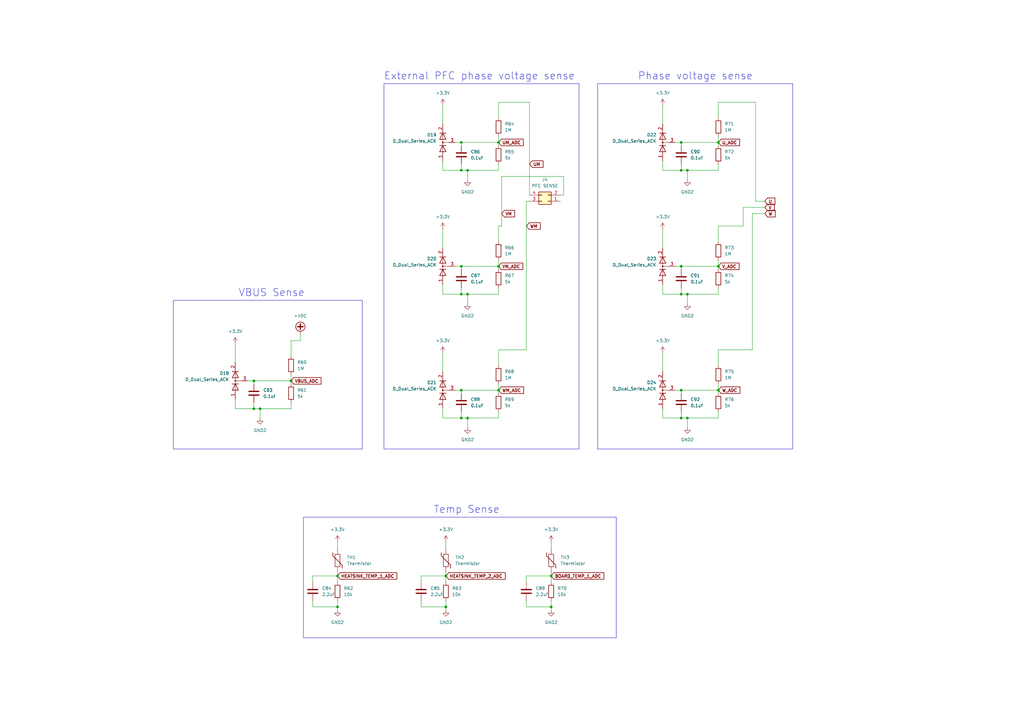
<source format=kicad_sch>
(kicad_sch (version 20231120) (generator "eeschema") (generator_version "8.0")
  (paper "A3")
  (lib_symbols
    (symbol "Connector_Generic:Conn_02x02_Top_Bottom" (pin_names (offset 1.016) hide)
      (property "Reference" "J" (at 1.27 2.54 0))
      (property "Value" "Conn_02x02_Top_Bottom" (at 1.27 -5.08 0))
      (symbol "Conn_02x02_Top_Bottom_1_1"
        (rectangle (start -1.27 -2.413) (end 0 -2.667) (stroke (width 0.1524)))
        (rectangle (start -1.27 0.127) (end 0 -0.127) (stroke (width 0.1524)))
        (rectangle (start -1.27 1.27) (end 3.81 -3.81) (stroke (width 0.254)) (fill (type background)))
        (rectangle (start 3.81 -2.413) (end 2.54 -2.667) (stroke (width 0.1524)))
        (rectangle (start 3.81 0.127) (end 2.54 -0.127) (stroke (width 0.1524)))
        (pin passive line (at -5.08 0 0) (length 3.81) (name "Pin_1") (number "1"))
        (pin passive line (at -5.08 -2.54 0) (length 3.81) (name "Pin_2") (number "2"))
        (pin passive line (at 7.62 0 180) (length 3.81) (name "Pin_3") (number "3"))
        (pin passive line (at 7.62 -2.54 180) (length 3.81) (name "Pin_4") (number "4"))
      )
    )
    (symbol "Device:C" (pin_numbers hide) (pin_names (offset 0.254))
      (property "Reference" "C" (at 0.635 2.54 0))
      (property "Value" "C" (at 0.635 -2.54 0))
      (symbol "C_0_1"
        (polyline (pts (xy -2.032 -0.762) (xy 2.032 -0.762)) (stroke (width 0.508)))
        (polyline (pts (xy -2.032 0.762) (xy 2.032 0.762)) (stroke (width 0.508)))
      )
      (symbol "C_1_1"
        (pin passive line (at 0 3.81 270) (length 2.794) (name "~") (number "1"))
        (pin passive line (at 0 -3.81 90) (length 2.794) (name "~") (number "2"))
      )
    )
    (symbol "Device:D_Dual_Series_AKC" (pin_names (offset 0.762) hide)
      (property "Reference" "D" (at 1.27 -2.54 0))
      (property "Value" "D_Dual_Series_AKC" (at 0 2.54 0))
      (symbol "D_Dual_Series_AKC_0_1"
        (polyline (pts (xy -3.81 0) (xy 3.81 0)))
        (polyline (pts (xy 0 0) (xy 0 -2.54)))
        (polyline (pts (xy 6.35 0) (xy 7.62 0)))
        (polyline (pts (xy -1.27 -1.27) (xy -1.27 1.27) (xy -1.27 1.27)) (stroke (width 0.254)))
        (polyline (pts (xy 3.81 1.27) (xy 3.81 -1.27) (xy 3.81 -1.27)) (stroke (width 0.254)))
        (polyline (pts (xy -3.81 1.27) (xy -1.27 0) (xy -3.81 -1.27) (xy -3.81 1.27) (xy -3.81 1.27) (xy -3.81 1.27)) (stroke (width 0.254)))
        (polyline (pts (xy 1.27 1.27) (xy 3.81 0) (xy 1.27 -1.27) (xy 1.27 1.27) (xy 1.27 1.27) (xy 1.27 1.27)) (stroke (width 0.254)))
        (circle (center 0 0) (radius 0.254) (fill (type outline)))
        (pin passive line (at -7.62 0 0) (length 3.81) (name "A") (number "1"))
        (pin passive line (at 7.62 0 180) (length 3.81) (name "K") (number "2"))
        (pin passive line (at 0 -5.08 90) (length 2.54) (name "common") (number "3"))
      )
    )
    (symbol "Device:R" (pin_numbers hide) (pin_names (offset 0))
      (property "Reference" "R" (at 2.032 0 90))
      (property "Value" "R" (at 0 0 90))
      (symbol "R_0_1"
        (rectangle (start -1.016 -2.54) (end 1.016 2.54) (stroke (width 0.254)))
      )
      (symbol "R_1_1"
        (pin passive line (at 0 3.81 270) (length 1.27) (name "~") (number "1"))
        (pin passive line (at 0 -3.81 90) (length 1.27) (name "~") (number "2"))
      )
    )
    (symbol "Device:Thermistor" (pin_numbers hide) (pin_names (offset 0))
      (property "Reference" "TH" (at 2.54 1.27 90))
      (property "Value" "Thermistor" (at -2.54 0 90))
      (symbol "Thermistor_0_1"
        (rectangle (start -1.016 2.54) (end 1.016 -2.54) (stroke (width 0.2032)))
        (polyline (pts (xy -1.905 3.175) (xy -1.905 1.905) (xy 1.905 -1.905) (xy 1.905 -3.175) (xy 1.905 -3.175)) (stroke (width 0.254)))
      )
      (symbol "Thermistor_1_1"
        (pin passive line (at 0 5.08 270) (length 2.54) (name "~") (number "1"))
        (pin passive line (at 0 -5.08 90) (length 2.54) (name "~") (number "2"))
      )
    )
    (symbol "power:+3.3V" (power) (pin_names (offset 0))
      (property "Value" "+3.3V" (at 0 3.556 0))
      (symbol "+3.3V_0_1"
        (polyline (pts (xy -0.762 1.27) (xy 0 2.54)))
        (polyline (pts (xy 0 0) (xy 0 2.54)))
        (polyline (pts (xy 0 2.54) (xy 0.762 1.27)))
      )
      (symbol "+3.3V_1_1"
        (pin power_in line (at 0 0 90) (length 0) hide (name "+3.3V") (number "1"))
      )
    )
    (symbol "power:+VDC" (power) (pin_names (offset 0))
      (property "Value" "+VDC" (at 0 6.35 0))
      (symbol "+VDC_0_1"
        (polyline (pts (xy -1.143 3.175) (xy 1.143 3.175)) (stroke (width 0.508)))
        (polyline (pts (xy 0 0) (xy 0 1.27)))
        (polyline (pts (xy 0 2.032) (xy 0 4.318)) (stroke (width 0.508)))
        (circle (center 0 3.175) (radius 1.905) (stroke (width 0.254)))
      )
      (symbol "+VDC_1_1"
        (pin power_in line (at 0 0 90) (length 0) hide (name "+VDC") (number "1"))
      )
    )
    (symbol "power:GND2" (power) (pin_names (offset 0))
      (property "Value" "GND2" (at 0 -3.81 0))
      (symbol "GND2_0_1"
        (polyline (pts (xy 0 0) (xy 0 -1.27) (xy 1.27 -1.27) (xy 0 -2.54) (xy -1.27 -1.27) (xy 0 -1.27)))
      )
      (symbol "GND2_1_1"
        (pin power_in line (at 0 0 270) (length 0) hide (name "GND2") (number "1"))
      )
    )
  )
  (junction (at 279.4 160.02))
  (junction (at 204.47 109.22))
  (junction (at 189.23 109.22))
  (junction (at 279.4 171.45))
  (junction (at 294.64 58.42))
  (junction (at 279.4 58.42))
  (junction (at 104.14 156.21))
  (junction (at 182.88 248.92))
  (junction (at 294.64 160.02))
  (junction (at 279.4 120.65))
  (junction (at 182.88 236.22))
  (junction (at 204.47 58.42))
  (junction (at 294.64 109.22))
  (junction (at 204.47 160.02))
  (junction (at 189.23 171.45))
  (junction (at 189.23 69.85))
  (junction (at 281.94 171.45))
  (junction (at 104.14 167.64))
  (junction (at 189.23 58.42))
  (junction (at 189.23 160.02))
  (junction (at 226.06 248.92))
  (junction (at 189.23 120.65))
  (junction (at 119.38 156.21))
  (junction (at 281.94 69.85))
  (junction (at 191.77 171.45))
  (junction (at 106.68 167.64))
  (junction (at 279.4 69.85))
  (junction (at 226.06 236.22))
  (junction (at 191.77 120.65))
  (junction (at 138.43 236.22))
  (junction (at 281.94 120.65))
  (junction (at 191.77 69.85))
  (junction (at 138.43 248.92))
  (junction (at 279.4 109.22))
  (wire (pts (xy 104.14 167.64) (xy 106.68 167.64)))
  (wire (pts (xy 204.47 161.29) (xy 204.47 160.02)))
  (wire (pts (xy 138.43 248.92) (xy 138.43 250.19)))
  (wire (pts (xy 128.27 246.38) (xy 128.27 248.92)))
  (wire (pts (xy 204.47 106.68) (xy 204.47 109.22)))
  (wire (pts (xy 294.64 118.11) (xy 294.64 120.65)))
  (wire (pts (xy 215.9 248.92) (xy 226.06 248.92)))
  (wire (pts (xy 189.23 58.42) (xy 189.23 59.69)))
  (wire (pts (xy 231.14 80.01) (xy 229.87 80.01)))
  (wire (pts (xy 279.4 168.91) (xy 279.4 171.45)))
  (wire (pts (xy 119.38 167.64) (xy 106.68 167.64)))
  (wire (pts (xy 204.47 55.88) (xy 204.47 58.42)))
  (wire (pts (xy 182.88 234.95) (xy 182.88 236.22)))
  (wire (pts (xy 204.47 59.69) (xy 204.47 58.42)))
  (wire (pts (xy 104.14 165.1) (xy 104.14 167.64)))
  (wire (pts (xy 204.47 41.91) (xy 217.17 41.91)))
  (wire (pts (xy 279.4 160.02) (xy 276.86 160.02)))
  (wire (pts (xy 294.64 120.65) (xy 281.94 120.65)))
  (wire (pts (xy 138.43 234.95) (xy 138.43 236.22)))
  (wire (pts (xy 204.47 67.31) (xy 204.47 69.85)))
  (wire (pts (xy 204.47 160.02) (xy 189.23 160.02)))
  (wire (pts (xy 172.72 246.38) (xy 172.72 248.92)))
  (wire (pts (xy 204.47 143.51) (xy 215.9 143.51)))
  (wire (pts (xy 182.88 238.76) (xy 182.88 236.22)))
  (wire (pts (xy 226.06 238.76) (xy 226.06 236.22)))
  (wire (pts (xy 309.88 41.91) (xy 309.88 82.55)))
  (wire (pts (xy 181.61 66.04) (xy 181.61 69.85)))
  (wire (pts (xy 181.61 171.45) (xy 189.23 171.45)))
  (wire (pts (xy 189.23 109.22) (xy 186.69 109.22)))
  (wire (pts (xy 181.61 167.64) (xy 181.61 171.45)))
  (wire (pts (xy 294.64 110.49) (xy 294.64 109.22)))
  (wire (pts (xy 204.47 168.91) (xy 204.47 171.45)))
  (wire (pts (xy 96.52 167.64) (xy 104.14 167.64)))
  (wire (pts (xy 271.78 43.18) (xy 271.78 50.8)))
  (wire (pts (xy 189.23 58.42) (xy 186.69 58.42)))
  (wire (pts (xy 294.64 109.22) (xy 279.4 109.22)))
  (wire (pts (xy 294.64 157.48) (xy 294.64 160.02)))
  (wire (pts (xy 123.19 139.7) (xy 123.19 137.16)))
  (wire (pts (xy 104.14 156.21) (xy 104.14 157.48)))
  (wire (pts (xy 294.64 161.29) (xy 294.64 160.02)))
  (wire (pts (xy 138.43 238.76) (xy 138.43 236.22)))
  (wire (pts (xy 294.64 149.86) (xy 294.64 143.51)))
  (wire (pts (xy 226.06 234.95) (xy 226.06 236.22)))
  (wire (pts (xy 96.52 163.83) (xy 96.52 167.64)))
  (wire (pts (xy 308.61 87.63) (xy 308.61 143.51)))
  (wire (pts (xy 279.4 69.85) (xy 281.94 69.85)))
  (wire (pts (xy 226.06 248.92) (xy 226.06 250.19)))
  (wire (pts (xy 189.23 109.22) (xy 189.23 110.49)))
  (wire (pts (xy 294.64 168.91) (xy 294.64 171.45)))
  (wire (pts (xy 104.14 156.21) (xy 101.6 156.21)))
  (wire (pts (xy 309.88 82.55) (xy 313.69 82.55)))
  (wire (pts (xy 215.9 246.38) (xy 215.9 248.92)))
  (wire (pts (xy 181.61 69.85) (xy 189.23 69.85)))
  (wire (pts (xy 189.23 160.02) (xy 186.69 160.02)))
  (wire (pts (xy 294.64 55.88) (xy 294.64 58.42)))
  (wire (pts (xy 271.78 167.64) (xy 271.78 171.45)))
  (wire (pts (xy 281.94 120.65) (xy 281.94 124.46)))
  (wire (pts (xy 279.4 118.11) (xy 279.4 120.65)))
  (wire (pts (xy 204.47 69.85) (xy 191.77 69.85)))
  (wire (pts (xy 279.4 171.45) (xy 281.94 171.45)))
  (wire (pts (xy 226.06 246.38) (xy 226.06 248.92)))
  (wire (pts (xy 279.4 160.02) (xy 279.4 161.29)))
  (wire (pts (xy 231.14 72.39) (xy 231.14 80.01)))
  (wire (pts (xy 181.61 116.84) (xy 181.61 120.65)))
  (wire (pts (xy 204.47 120.65) (xy 191.77 120.65)))
  (wire (pts (xy 128.27 248.92) (xy 138.43 248.92)))
  (wire (pts (xy 172.72 248.92) (xy 182.88 248.92)))
  (wire (pts (xy 294.64 41.91) (xy 309.88 41.91)))
  (wire (pts (xy 182.88 222.25) (xy 182.88 224.79)))
  (wire (pts (xy 205.74 72.39) (xy 205.74 92.71)))
  (wire (pts (xy 189.23 168.91) (xy 189.23 171.45)))
  (wire (pts (xy 204.47 149.86) (xy 204.47 143.51)))
  (wire (pts (xy 204.47 118.11) (xy 204.47 120.65)))
  (wire (pts (xy 281.94 171.45) (xy 281.94 175.26)))
  (wire (pts (xy 294.64 69.85) (xy 281.94 69.85)))
  (wire (pts (xy 138.43 236.22) (xy 128.27 236.22)))
  (wire (pts (xy 294.64 99.06) (xy 294.64 92.71)))
  (wire (pts (xy 279.4 109.22) (xy 276.86 109.22)))
  (wire (pts (xy 205.74 72.39) (xy 231.14 72.39)))
  (wire (pts (xy 189.23 160.02) (xy 189.23 161.29)))
  (wire (pts (xy 271.78 93.98) (xy 271.78 101.6)))
  (wire (pts (xy 279.4 58.42) (xy 279.4 59.69)))
  (wire (pts (xy 172.72 236.22) (xy 172.72 238.76)))
  (wire (pts (xy 294.64 92.71) (xy 304.8 92.71)))
  (wire (pts (xy 181.61 93.98) (xy 181.61 101.6)))
  (wire (pts (xy 281.94 69.85) (xy 281.94 73.66)))
  (wire (pts (xy 204.47 99.06) (xy 204.47 92.71)))
  (wire (pts (xy 271.78 120.65) (xy 279.4 120.65)))
  (wire (pts (xy 271.78 66.04) (xy 271.78 69.85)))
  (wire (pts (xy 217.17 41.91) (xy 217.17 80.01)))
  (wire (pts (xy 96.52 140.97) (xy 96.52 148.59)))
  (wire (pts (xy 304.8 92.71) (xy 304.8 85.09)))
  (wire (pts (xy 204.47 48.26) (xy 204.47 41.91)))
  (wire (pts (xy 215.9 82.55) (xy 217.17 82.55)))
  (wire (pts (xy 304.8 85.09) (xy 313.69 85.09)))
  (wire (pts (xy 204.47 92.71) (xy 205.74 92.71)))
  (wire (pts (xy 181.61 120.65) (xy 189.23 120.65)))
  (wire (pts (xy 313.69 87.63) (xy 308.61 87.63)))
  (wire (pts (xy 119.38 153.67) (xy 119.38 156.21)))
  (wire (pts (xy 182.88 248.92) (xy 182.88 250.19)))
  (wire (pts (xy 294.64 143.51) (xy 308.61 143.51)))
  (wire (pts (xy 189.23 120.65) (xy 191.77 120.65)))
  (wire (pts (xy 279.4 120.65) (xy 281.94 120.65)))
  (wire (pts (xy 271.78 116.84) (xy 271.78 120.65)))
  (wire (pts (xy 181.61 144.78) (xy 181.61 152.4)))
  (wire (pts (xy 119.38 157.48) (xy 119.38 156.21)))
  (wire (pts (xy 189.23 69.85) (xy 191.77 69.85)))
  (wire (pts (xy 182.88 246.38) (xy 182.88 248.92)))
  (wire (pts (xy 138.43 222.25) (xy 138.43 224.79)))
  (wire (pts (xy 106.68 167.64) (xy 106.68 171.45)))
  (wire (pts (xy 204.47 109.22) (xy 189.23 109.22)))
  (wire (pts (xy 215.9 236.22) (xy 215.9 238.76)))
  (wire (pts (xy 119.38 139.7) (xy 123.19 139.7)))
  (wire (pts (xy 215.9 82.55) (xy 215.9 143.51)))
  (wire (pts (xy 226.06 222.25) (xy 226.06 224.79)))
  (wire (pts (xy 294.64 58.42) (xy 279.4 58.42)))
  (wire (pts (xy 204.47 171.45) (xy 191.77 171.45)))
  (wire (pts (xy 181.61 43.18) (xy 181.61 50.8)))
  (wire (pts (xy 294.64 160.02) (xy 279.4 160.02)))
  (wire (pts (xy 189.23 67.31) (xy 189.23 69.85)))
  (wire (pts (xy 204.47 58.42) (xy 189.23 58.42)))
  (wire (pts (xy 119.38 146.05) (xy 119.38 139.7)))
  (wire (pts (xy 294.64 59.69) (xy 294.64 58.42)))
  (wire (pts (xy 119.38 156.21) (xy 104.14 156.21)))
  (wire (pts (xy 279.4 58.42) (xy 276.86 58.42)))
  (wire (pts (xy 191.77 69.85) (xy 191.77 73.66)))
  (wire (pts (xy 279.4 67.31) (xy 279.4 69.85)))
  (wire (pts (xy 191.77 171.45) (xy 191.77 175.26)))
  (wire (pts (xy 294.64 48.26) (xy 294.64 41.91)))
  (wire (pts (xy 138.43 246.38) (xy 138.43 248.92)))
  (wire (pts (xy 204.47 110.49) (xy 204.47 109.22)))
  (wire (pts (xy 189.23 118.11) (xy 189.23 120.65)))
  (wire (pts (xy 204.47 157.48) (xy 204.47 160.02)))
  (wire (pts (xy 294.64 67.31) (xy 294.64 69.85)))
  (wire (pts (xy 271.78 69.85) (xy 279.4 69.85)))
  (wire (pts (xy 128.27 236.22) (xy 128.27 238.76)))
  (wire (pts (xy 294.64 171.45) (xy 281.94 171.45)))
  (wire (pts (xy 119.38 165.1) (xy 119.38 167.64)))
  (wire (pts (xy 191.77 120.65) (xy 191.77 124.46)))
  (wire (pts (xy 271.78 144.78) (xy 271.78 152.4)))
  (wire (pts (xy 271.78 171.45) (xy 279.4 171.45)))
  (wire (pts (xy 294.64 106.68) (xy 294.64 109.22)))
  (wire (pts (xy 189.23 171.45) (xy 191.77 171.45)))
  (wire (pts (xy 182.88 236.22) (xy 172.72 236.22)))
  (wire (pts (xy 279.4 109.22) (xy 279.4 110.49)))
  (wire (pts (xy 226.06 236.22) (xy 215.9 236.22)))
  (rectangle (start 71.12 123.19) (end 148.59 184.15))
  (rectangle (start 124.46 212.09) (end 252.73 261.62))
  (rectangle (start 157.48 34.29) (end 237.49 184.15))
  (rectangle (start 245.11 34.29) (end 325.12 184.15))
  (text "VBUS Sense" (at 97.79 121.92 0) (effects (font (size 3 3)) (justify left bottom)))
  (text "External PFC phase voltage sense" (at 157.48 33.02 0) (effects (font (size 3 3)) (justify left bottom)))
  (text "Phase voltage sense" (at 261.62 33.02 0) (effects (font (size 3 3)) (justify left bottom)))
  (text "Temp Sense" (at 177.8 210.82 0) (effects (font (size 3 3)) (justify left bottom)))
  (global_label "U_ADC" (shape input) (at 294.64 58.42 0) (effects (font (bold yes))) (property "Intersheetrefs" "${INTERSHEET_REFS}" (effects (hide yes))))
  (global_label "HEATSINK_TEMP_1_ADC" (shape input) (at 138.43 236.22 0) (effects (font (bold yes))) (property "Intersheetrefs" "${INTERSHEET_REFS}" (effects (hide yes))))
  (global_label "UM_ADC" (shape input) (at 204.47 58.42 0) (effects (font (bold yes))) (property "Intersheetrefs" "${INTERSHEET_REFS}" (effects (hide yes))))
  (global_label "HEATSINK_TEMP_2_ADC" (shape input) (at 182.88 236.22 0) (effects (font (bold yes))) (property "Intersheetrefs" "${INTERSHEET_REFS}" (effects (hide yes))))
  (global_label "V" (shape input) (at 313.69 85.09 0) (effects (font (bold yes))) (property "Intersheetrefs" "${INTERSHEET_REFS}" (effects (hide yes))))
  (global_label "WM" (shape input) (at 215.9 92.71 0) (effects (font (bold yes))) (property "Intersheetrefs" "${INTERSHEET_REFS}" (effects (hide yes))))
  (global_label "UM" (shape input) (at 217.17 67.31 0) (effects (font (bold yes))) (property "Intersheetrefs" "${INTERSHEET_REFS}" (effects (hide yes))))
  (global_label "W_ADC" (shape input) (at 294.64 160.02 0) (effects (font (bold yes))) (property "Intersheetrefs" "${INTERSHEET_REFS}" (effects (hide yes))))
  (global_label "VM_ADC" (shape input) (at 204.47 109.22 0) (effects (font (bold yes))) (property "Intersheetrefs" "${INTERSHEET_REFS}" (effects (hide yes))))
  (global_label "VM" (shape input) (at 205.74 87.63 0) (effects (font (bold yes))) (property "Intersheetrefs" "${INTERSHEET_REFS}" (effects (hide yes))))
  (global_label "WM_ADC" (shape input) (at 204.47 160.02 0) (effects (font (bold yes))) (property "Intersheetrefs" "${INTERSHEET_REFS}" (effects (hide yes))))
  (global_label "BOARD_TEMP_1_ADC" (shape input) (at 226.06 236.22 0) (effects (font (bold yes))) (property "Intersheetrefs" "${INTERSHEET_REFS}" (effects (hide yes))))
  (global_label "VBUS_ADC" (shape input) (at 119.38 156.21 0) (effects (font (bold yes))) (property "Intersheetrefs" "${INTERSHEET_REFS}" (effects (hide yes))))
  (global_label "W" (shape input) (at 313.69 87.63 0) (effects (font (bold yes))) (property "Intersheetrefs" "${INTERSHEET_REFS}" (effects (hide yes))))
  (global_label "U" (shape input) (at 313.69 82.55 0) (effects (font (bold yes))) (property "Intersheetrefs" "${INTERSHEET_REFS}" (effects (hide yes))))
  (global_label "V_ADC" (shape input) (at 294.64 109.22 0) (effects (font (bold yes))) (property "Intersheetrefs" "${INTERSHEET_REFS}" (effects (hide yes))))
  (symbol (lib_id "Device:C") (at 279.4 165.1 0) (unit 1)
    (property "Reference" "C92" (at 283.21 163.8299 0) (effects (justify left)))
    (property "Value" "0.1uf" (at 283.21 166.3699 0) (effects (justify left)))
    (property "Footprint" "Capacitor_SMD:C_0603_1608Metric" (effects (hide yes)))
  )
  (symbol (lib_id "Device:C") (at 128.27 242.57 0) (unit 1)
    (property "Reference" "C84" (at 132.08 241.2999 0) (effects (justify left)))
    (property "Value" "2.2uf" (at 132.08 243.8399 0) (effects (justify left)))
    (property "Footprint" "Capacitor_SMD:C_0603_1608Metric" (effects (hide yes)))
  )
  (symbol (lib_id "power:+3.3V") (at 181.61 93.98 0) (unit 1)
    (property "Reference" "#PWR092" (effects (hide yes)))
    (property "Value" "+3.3V" (at 181.61 88.9 0))
  )
  (symbol (lib_id "Device:R") (at 138.43 242.57 0) (unit 1)
    (property "Reference" "R62" (at 140.97 241.2999 0) (effects (justify left)))
    (property "Value" "10k" (at 140.97 243.8399 0) (effects (justify left)))
    (property "Footprint" "Resistor_SMD:R_0603_1608Metric" (effects (hide yes)))
  )
  (symbol (lib_id "power:GND2") (at 191.77 175.26 0) (unit 1)
    (property "Reference" "#PWR098" (effects (hide yes)))
    (property "Value" "GND2" (at 191.77 180.34 0))
  )
  (symbol (lib_id "Device:D_Dual_Series_AKC") (at 181.61 58.42 90) (unit 1)
    (property "Reference" "D19" (at 179.07 55.3084 90) (effects (justify left)))
    (property "Value" "D_Dual_Series_ACK" (at 179.07 57.8484 90) (effects (justify left)))
    (property "Footprint" "Package_TO_SOT_SMD:SOT-23" (effects (hide yes)))
  )
  (symbol (lib_id "Device:R") (at 204.47 114.3 0) (unit 1)
    (property "Reference" "R67" (at 207.01 113.0299 0) (effects (justify left)))
    (property "Value" "5k" (at 207.01 115.5699 0) (effects (justify left)))
    (property "Footprint" "Resistor_SMD:R_0603_1608Metric" (effects (hide yes)))
  )
  (symbol (lib_id "Connector_Generic:Conn_02x02_Top_Bottom") (at 224.79 82.55 180) (unit 1)
    (property "Reference" "J4" (at 223.52 73.66 0))
    (property "Value" "PFC SENSE" (at 223.52 76.2 0))
    (property "Footprint" "Connector_Molex:Molex_Mini-Fit_Jr_5569-04A2_2x02_P4.20mm_Horizontal" (effects (hide yes)))
  )
  (symbol (lib_id "power:GND2") (at 281.94 73.66 0) (unit 1)
    (property "Reference" "#PWR0104" (effects (hide yes)))
    (property "Value" "GND2" (at 281.94 78.74 0))
  )
  (symbol (lib_id "Device:Thermistor") (at 226.06 229.87 0) (unit 1)
    (property "Reference" "TH3" (at 229.87 228.5999 0) (effects (justify left)))
    (property "Value" "Thermistor" (at 229.87 231.1399 0) (effects (justify left)))
    (property "Footprint" "Resistor_SMD:R_0603_1608Metric" (effects (hide yes)))
  )
  (symbol (lib_id "Device:D_Dual_Series_AKC") (at 271.78 160.02 90) (unit 1)
    (property "Reference" "D24" (at 269.24 156.9084 90) (effects (justify left)))
    (property "Value" "D_Dual_Series_ACK" (at 269.24 159.4484 90) (effects (justify left)))
    (property "Footprint" "Package_TO_SOT_SMD:SOT-23" (effects (hide yes)))
  )
  (symbol (lib_id "power:GND2") (at 182.88 250.19 0) (unit 1)
    (property "Reference" "#PWR095" (effects (hide yes)))
    (property "Value" "GND2" (at 182.88 255.27 0))
  )
  (symbol (lib_id "power:+3.3V") (at 271.78 43.18 0) (unit 1)
    (property "Reference" "#PWR0101" (effects (hide yes)))
    (property "Value" "+3.3V" (at 271.78 38.1 0))
  )
  (symbol (lib_id "Device:C") (at 189.23 63.5 0) (unit 1)
    (property "Reference" "C86" (at 193.04 62.2299 0) (effects (justify left)))
    (property "Value" "0.1uf" (at 193.04 64.7699 0) (effects (justify left)))
    (property "Footprint" "Capacitor_SMD:C_0603_1608Metric" (effects (hide yes)))
  )
  (symbol (lib_id "power:+VDC") (at 123.19 137.16 0) (unit 1)
    (property "Reference" "#PWR088" (effects (hide yes)))
    (property "Value" "+VDC" (at 123.19 129.54 0))
  )
  (symbol (lib_id "Device:D_Dual_Series_AKC") (at 181.61 109.22 90) (unit 1)
    (property "Reference" "D20" (at 179.07 106.1084 90) (effects (justify left)))
    (property "Value" "D_Dual_Series_ACK" (at 179.07 108.6484 90) (effects (justify left)))
    (property "Footprint" "Package_TO_SOT_SMD:SOT-23" (effects (hide yes)))
  )
  (symbol (lib_id "Device:Thermistor") (at 138.43 229.87 0) (unit 1)
    (property "Reference" "TH1" (at 142.24 228.5999 0) (effects (justify left)))
    (property "Value" "Thermistor" (at 142.24 231.1399 0) (effects (justify left)))
    (property "Footprint" "Connector_PinHeader_2.54mm:PinHeader_1x02_P2.54mm_Vertical" (effects (hide yes)))
  )
  (symbol (lib_id "Device:R") (at 294.64 153.67 0) (unit 1)
    (property "Reference" "R75" (at 297.18 152.3999 0) (effects (justify left)))
    (property "Value" "1M" (at 297.18 154.9399 0) (effects (justify left)))
    (property "Footprint" "Resistor_THT:R_Axial_DIN0309_L9.0mm_D3.2mm_P12.70mm_Horizontal" (effects (hide yes)))
  )
  (symbol (lib_id "Device:R") (at 204.47 63.5 0) (unit 1)
    (property "Reference" "R65" (at 207.01 62.2299 0) (effects (justify left)))
    (property "Value" "5k" (at 207.01 64.7699 0) (effects (justify left)))
    (property "Footprint" "Resistor_SMD:R_0603_1608Metric" (effects (hide yes)))
  )
  (symbol (lib_id "power:GND2") (at 191.77 73.66 0) (unit 1)
    (property "Reference" "#PWR096" (effects (hide yes)))
    (property "Value" "GND2" (at 191.77 78.74 0))
  )
  (symbol (lib_id "Device:C") (at 279.4 114.3 0) (unit 1)
    (property "Reference" "C91" (at 283.21 113.0299 0) (effects (justify left)))
    (property "Value" "0.1uf" (at 283.21 115.5699 0) (effects (justify left)))
    (property "Footprint" "Capacitor_SMD:C_0603_1608Metric" (effects (hide yes)))
  )
  (symbol (lib_id "Device:R") (at 204.47 102.87 0) (unit 1)
    (property "Reference" "R66" (at 207.01 101.5999 0) (effects (justify left)))
    (property "Value" "1M" (at 207.01 104.1399 0) (effects (justify left)))
    (property "Footprint" "Resistor_THT:R_Axial_DIN0309_L9.0mm_D3.2mm_P12.70mm_Horizontal" (effects (hide yes)))
  )
  (symbol (lib_id "Device:R") (at 182.88 242.57 0) (unit 1)
    (property "Reference" "R63" (at 185.42 241.2999 0) (effects (justify left)))
    (property "Value" "10k" (at 185.42 243.8399 0) (effects (justify left)))
    (property "Footprint" "Resistor_SMD:R_0603_1608Metric" (effects (hide yes)))
  )
  (symbol (lib_id "Device:R") (at 294.64 63.5 0) (unit 1)
    (property "Reference" "R72" (at 297.18 62.2299 0) (effects (justify left)))
    (property "Value" "5k" (at 297.18 64.7699 0) (effects (justify left)))
    (property "Footprint" "Resistor_SMD:R_0603_1608Metric" (effects (hide yes)))
  )
  (symbol (lib_id "Device:D_Dual_Series_AKC") (at 271.78 58.42 90) (unit 1)
    (property "Reference" "D22" (at 269.24 55.3084 90) (effects (justify left)))
    (property "Value" "D_Dual_Series_ACK" (at 269.24 57.8484 90) (effects (justify left)))
    (property "Footprint" "Package_TO_SOT_SMD:SOT-23" (effects (hide yes)))
  )
  (symbol (lib_id "Device:R") (at 294.64 165.1 0) (unit 1)
    (property "Reference" "R76" (at 297.18 163.8299 0) (effects (justify left)))
    (property "Value" "5k" (at 297.18 166.3699 0) (effects (justify left)))
    (property "Footprint" "Resistor_SMD:R_0603_1608Metric" (effects (hide yes)))
  )
  (symbol (lib_id "Device:C") (at 172.72 242.57 0) (unit 1)
    (property "Reference" "C85" (at 176.53 241.2999 0) (effects (justify left)))
    (property "Value" "2.2uf" (at 176.53 243.8399 0) (effects (justify left)))
    (property "Footprint" "Capacitor_SMD:C_0603_1608Metric" (effects (hide yes)))
  )
  (symbol (lib_id "power:GND2") (at 226.06 250.19 0) (unit 1)
    (property "Reference" "#PWR0100" (effects (hide yes)))
    (property "Value" "GND2" (at 226.06 255.27 0))
  )
  (symbol (lib_id "Device:D_Dual_Series_AKC") (at 96.52 156.21 90) (unit 1)
    (property "Reference" "D18" (at 93.98 153.0984 90) (effects (justify left)))
    (property "Value" "D_Dual_Series_ACK" (at 93.98 155.6384 90) (effects (justify left)))
    (property "Footprint" "Package_TO_SOT_SMD:SOT-23" (effects (hide yes)))
  )
  (symbol (lib_id "power:+3.3V") (at 96.52 140.97 0) (unit 1)
    (property "Reference" "#PWR086" (effects (hide yes)))
    (property "Value" "+3.3V" (at 96.52 135.89 0))
  )
  (symbol (lib_id "Device:R") (at 119.38 149.86 0) (unit 1)
    (property "Reference" "R60" (at 121.92 148.5899 0) (effects (justify left)))
    (property "Value" "1M" (at 121.92 151.1299 0) (effects (justify left)))
    (property "Footprint" "Resistor_THT:R_Axial_DIN0309_L9.0mm_D3.2mm_P12.70mm_Horizontal" (effects (hide yes)))
  )
  (symbol (lib_id "Device:C") (at 189.23 165.1 0) (unit 1)
    (property "Reference" "C88" (at 193.04 163.8299 0) (effects (justify left)))
    (property "Value" "0.1uf" (at 193.04 166.3699 0) (effects (justify left)))
    (property "Footprint" "Capacitor_SMD:C_0603_1608Metric" (effects (hide yes)))
  )
  (symbol (lib_id "power:GND2") (at 191.77 124.46 0) (unit 1)
    (property "Reference" "#PWR097" (effects (hide yes)))
    (property "Value" "GND2" (at 191.77 129.54 0))
  )
  (symbol (lib_id "power:GND2") (at 281.94 175.26 0) (unit 1)
    (property "Reference" "#PWR0106" (effects (hide yes)))
    (property "Value" "GND2" (at 281.94 180.34 0))
  )
  (symbol (lib_id "power:GND2") (at 106.68 171.45 0) (unit 1)
    (property "Reference" "#PWR087" (effects (hide yes)))
    (property "Value" "GND2" (at 106.68 176.53 0))
  )
  (symbol (lib_id "Device:R") (at 204.47 52.07 0) (unit 1)
    (property "Reference" "R64" (at 207.01 50.7999 0) (effects (justify left)))
    (property "Value" "1M" (at 207.01 53.3399 0) (effects (justify left)))
    (property "Footprint" "Resistor_THT:R_Axial_DIN0309_L9.0mm_D3.2mm_P12.70mm_Horizontal" (effects (hide yes)))
  )
  (symbol (lib_id "Device:R") (at 226.06 242.57 0) (unit 1)
    (property "Reference" "R70" (at 228.6 241.2999 0) (effects (justify left)))
    (property "Value" "10k" (at 228.6 243.8399 0) (effects (justify left)))
    (property "Footprint" "Resistor_SMD:R_0603_1608Metric" (effects (hide yes)))
  )
  (symbol (lib_id "power:+3.3V") (at 271.78 144.78 0) (unit 1)
    (property "Reference" "#PWR0103" (effects (hide yes)))
    (property "Value" "+3.3V" (at 271.78 139.7 0))
  )
  (symbol (lib_id "Device:C") (at 279.4 63.5 0) (unit 1)
    (property "Reference" "C90" (at 283.21 62.2299 0) (effects (justify left)))
    (property "Value" "0.1uf" (at 283.21 64.7699 0) (effects (justify left)))
    (property "Footprint" "Capacitor_SMD:C_0603_1608Metric" (effects (hide yes)))
  )
  (symbol (lib_id "Device:R") (at 204.47 153.67 0) (unit 1)
    (property "Reference" "R68" (at 207.01 152.3999 0) (effects (justify left)))
    (property "Value" "1M" (at 207.01 154.9399 0) (effects (justify left)))
    (property "Footprint" "Resistor_THT:R_Axial_DIN0309_L9.0mm_D3.2mm_P12.70mm_Horizontal" (effects (hide yes)))
  )
  (symbol (lib_id "Device:C") (at 189.23 114.3 0) (unit 1)
    (property "Reference" "C87" (at 193.04 113.0299 0) (effects (justify left)))
    (property "Value" "0.1uf" (at 193.04 115.5699 0) (effects (justify left)))
    (property "Footprint" "Capacitor_SMD:C_0603_1608Metric" (effects (hide yes)))
  )
  (symbol (lib_id "Device:D_Dual_Series_AKC") (at 181.61 160.02 90) (unit 1)
    (property "Reference" "D21" (at 179.07 156.9084 90) (effects (justify left)))
    (property "Value" "D_Dual_Series_ACK" (at 179.07 159.4484 90) (effects (justify left)))
    (property "Footprint" "Package_TO_SOT_SMD:SOT-23" (effects (hide yes)))
  )
  (symbol (lib_id "power:+3.3V") (at 181.61 43.18 0) (unit 1)
    (property "Reference" "#PWR091" (effects (hide yes)))
    (property "Value" "+3.3V" (at 181.61 38.1 0))
  )
  (symbol (lib_id "Device:D_Dual_Series_AKC") (at 271.78 109.22 90) (unit 1)
    (property "Reference" "D23" (at 269.24 106.1084 90) (effects (justify left)))
    (property "Value" "D_Dual_Series_ACK" (at 269.24 108.6484 90) (effects (justify left)))
    (property "Footprint" "Package_TO_SOT_SMD:SOT-23" (effects (hide yes)))
  )
  (symbol (lib_id "power:GND2") (at 138.43 250.19 0) (unit 1)
    (property "Reference" "#PWR090" (effects (hide yes)))
    (property "Value" "GND2" (at 138.43 255.27 0))
  )
  (symbol (lib_id "power:+3.3V") (at 226.06 222.25 0) (unit 1)
    (property "Reference" "#PWR099" (effects (hide yes)))
    (property "Value" "+3.3V" (at 226.06 217.17 0))
  )
  (symbol (lib_id "Device:R") (at 204.47 165.1 0) (unit 1)
    (property "Reference" "R69" (at 207.01 163.8299 0) (effects (justify left)))
    (property "Value" "5k" (at 207.01 166.3699 0) (effects (justify left)))
    (property "Footprint" "Resistor_SMD:R_0603_1608Metric" (effects (hide yes)))
  )
  (symbol (lib_id "power:+3.3V") (at 182.88 222.25 0) (unit 1)
    (property "Reference" "#PWR094" (effects (hide yes)))
    (property "Value" "+3.3V" (at 182.88 217.17 0))
  )
  (symbol (lib_id "Device:C") (at 215.9 242.57 0) (unit 1)
    (property "Reference" "C89" (at 219.71 241.2999 0) (effects (justify left)))
    (property "Value" "2.2uf" (at 219.71 243.8399 0) (effects (justify left)))
    (property "Footprint" "Capacitor_SMD:C_0603_1608Metric" (effects (hide yes)))
  )
  (symbol (lib_id "power:+3.3V") (at 181.61 144.78 0) (unit 1)
    (property "Reference" "#PWR093" (effects (hide yes)))
    (property "Value" "+3.3V" (at 181.61 139.7 0))
  )
  (symbol (lib_id "power:+3.3V") (at 271.78 93.98 0) (unit 1)
    (property "Reference" "#PWR0102" (effects (hide yes)))
    (property "Value" "+3.3V" (at 271.78 88.9 0))
  )
  (symbol (lib_id "Device:R") (at 294.64 52.07 0) (unit 1)
    (property "Reference" "R71" (at 297.18 50.7999 0) (effects (justify left)))
    (property "Value" "1M" (at 297.18 53.3399 0) (effects (justify left)))
    (property "Footprint" "Resistor_THT:R_Axial_DIN0309_L9.0mm_D3.2mm_P12.70mm_Horizontal" (effects (hide yes)))
  )
  (symbol (lib_id "Device:Thermistor") (at 182.88 229.87 0) (unit 1)
    (property "Reference" "TH2" (at 186.69 228.5999 0) (effects (justify left)))
    (property "Value" "Thermistor" (at 186.69 231.1399 0) (effects (justify left)))
    (property "Footprint" "Connector_PinHeader_2.54mm:PinHeader_1x02_P2.54mm_Vertical" (effects (hide yes)))
  )
  (symbol (lib_id "Device:R") (at 294.64 102.87 0) (unit 1)
    (property "Reference" "R73" (at 297.18 101.5999 0) (effects (justify left)))
    (property "Value" "1M" (at 297.18 104.1399 0) (effects (justify left)))
    (property "Footprint" "Resistor_THT:R_Axial_DIN0309_L9.0mm_D3.2mm_P12.70mm_Horizontal" (effects (hide yes)))
  )
  (symbol (lib_id "Device:C") (at 104.14 161.29 0) (unit 1)
    (property "Reference" "C83" (at 107.95 160.0199 0) (effects (justify left)))
    (property "Value" "0.1uf" (at 107.95 162.5599 0) (effects (justify left)))
    (property "Footprint" "Capacitor_SMD:C_0603_1608Metric" (effects (hide yes)))
  )
  (symbol (lib_id "Device:R") (at 119.38 161.29 0) (unit 1)
    (property "Reference" "R61" (at 121.92 160.0199 0) (effects (justify left)))
    (property "Value" "5k" (at 121.92 162.5599 0) (effects (justify left)))
    (property "Footprint" "Resistor_SMD:R_0603_1608Metric" (effects (hide yes)))
  )
  (symbol (lib_id "power:+3.3V") (at 138.43 222.25 0) (unit 1)
    (property "Reference" "#PWR089" (effects (hide yes)))
    (property "Value" "+3.3V" (at 138.43 217.17 0))
  )
  (symbol (lib_id "Device:R") (at 294.64 114.3 0) (unit 1)
    (property "Reference" "R74" (at 297.18 113.0299 0) (effects (justify left)))
    (property "Value" "5k" (at 297.18 115.5699 0) (effects (justify left)))
    (property "Footprint" "Resistor_SMD:R_0603_1608Metric" (effects (hide yes)))
  )
  (symbol (lib_id "power:GND2") (at 281.94 124.46 0) (unit 1)
    (property "Reference" "#PWR0105" (effects (hide yes)))
    (property "Value" "GND2" (at 281.94 129.54 0))
  )
)
</source>
